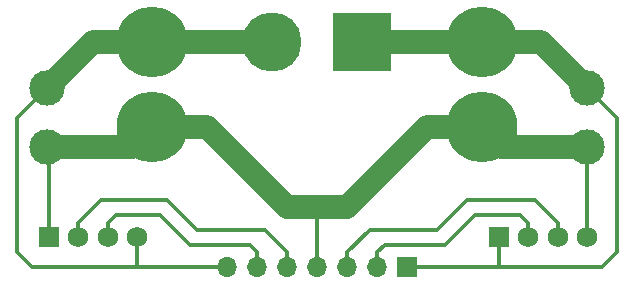
<source format=gbr>
G04 #@! TF.GenerationSoftware,KiCad,Pcbnew,(5.1.2)-1*
G04 #@! TF.CreationDate,2019-05-06T18:48:31+02:00*
G04 #@! TF.ProjectId,Balance_Adapter_Board_For_2_3s_Lipos,42616c61-6e63-4655-9f41-646170746572,rev?*
G04 #@! TF.SameCoordinates,Original*
G04 #@! TF.FileFunction,Copper,L2,Bot*
G04 #@! TF.FilePolarity,Positive*
%FSLAX46Y46*%
G04 Gerber Fmt 4.6, Leading zero omitted, Abs format (unit mm)*
G04 Created by KiCad (PCBNEW (5.1.2)-1) date 2019-05-06 18:48:31*
%MOMM*%
%LPD*%
G04 APERTURE LIST*
%ADD10O,1.700000X1.700000*%
%ADD11R,1.700000X1.700000*%
%ADD12C,1.750000*%
%ADD13R,1.750000X1.750000*%
%ADD14R,5.000000X5.000000*%
%ADD15C,5.000000*%
%ADD16C,3.000000*%
%ADD17C,6.000000*%
%ADD18C,0.350000*%
%ADD19C,2.000000*%
G04 APERTURE END LIST*
D10*
X114300000Y-81280000D03*
X116840000Y-81280000D03*
X119380000Y-81280000D03*
X121920000Y-81280000D03*
X124460000Y-81280000D03*
X127000000Y-81280000D03*
D11*
X129540000Y-81280000D03*
D12*
X106680000Y-78740000D03*
X104180000Y-78740000D03*
X101680000Y-78740000D03*
D13*
X99180000Y-78740000D03*
X137280000Y-78740000D03*
D12*
X139780000Y-78740000D03*
X142280000Y-78740000D03*
X144780000Y-78740000D03*
D14*
X125730000Y-62230000D03*
D15*
X118110000Y-62230000D03*
D16*
X99060000Y-71120000D03*
X99060000Y-66120000D03*
X144780000Y-71120000D03*
X144780000Y-66120000D03*
D17*
X107950000Y-69430000D03*
X107950000Y-62230000D03*
X135890000Y-69430000D03*
X135890000Y-62230000D03*
D18*
X127000000Y-81280000D02*
X127000000Y-80010000D01*
X127000000Y-80010000D02*
X127635000Y-79375000D01*
X127635000Y-79375000D02*
X132715000Y-79375000D01*
X132715000Y-79375000D02*
X135255000Y-76835000D01*
X135255000Y-76835000D02*
X139112436Y-76835000D01*
X139780000Y-77502564D02*
X139780000Y-78740000D01*
X139112436Y-76835000D02*
X139780000Y-77502564D01*
X142280000Y-78740000D02*
X142280000Y-77502564D01*
X142280000Y-77502564D02*
X140342436Y-75565000D01*
X140342436Y-75565000D02*
X134620000Y-75565000D01*
X134620000Y-75565000D02*
X132080000Y-78105000D01*
X132080000Y-78105000D02*
X126365000Y-78105000D01*
X124460000Y-80010000D02*
X124460000Y-81280000D01*
X126365000Y-78105000D02*
X124460000Y-80010000D01*
X99180000Y-71240000D02*
X99060000Y-71120000D01*
X99180000Y-78740000D02*
X99180000Y-71240000D01*
X144780000Y-78740000D02*
X144780000Y-71120000D01*
D19*
X124460000Y-76200000D02*
X131230000Y-69430000D01*
X112610000Y-69430000D02*
X119380000Y-76200000D01*
D18*
X121920000Y-81280000D02*
X121920000Y-76200000D01*
D19*
X119380000Y-76200000D02*
X121920000Y-76200000D01*
X121920000Y-76200000D02*
X124460000Y-76200000D01*
X107950000Y-69430000D02*
X112610000Y-69430000D01*
X131230000Y-69430000D02*
X135890000Y-69430000D01*
X106260000Y-71120000D02*
X107950000Y-69430000D01*
X99060000Y-71120000D02*
X106260000Y-71120000D01*
X137580000Y-71120000D02*
X135890000Y-69430000D01*
X144780000Y-71120000D02*
X137580000Y-71120000D01*
D18*
X119380000Y-80010000D02*
X119380000Y-81280000D01*
X101680000Y-78740000D02*
X101680000Y-77502564D01*
X101680000Y-77502564D02*
X103617564Y-75565000D01*
X103617564Y-75565000D02*
X109220000Y-75565000D01*
X109220000Y-75565000D02*
X111760000Y-78105000D01*
X111760000Y-78105000D02*
X117475000Y-78105000D01*
X117475000Y-78105000D02*
X119380000Y-80010000D01*
X116840000Y-80010000D02*
X116840000Y-81280000D01*
X104180000Y-78740000D02*
X104180000Y-77502564D01*
X104180000Y-77502564D02*
X104847564Y-76835000D01*
X104847564Y-76835000D02*
X108585000Y-76835000D01*
X108585000Y-76835000D02*
X111125000Y-79375000D01*
X111125000Y-79375000D02*
X116205000Y-79375000D01*
X116205000Y-79375000D02*
X116840000Y-80010000D01*
X96520000Y-68660000D02*
X99060000Y-66120000D01*
X96520000Y-80010000D02*
X96520000Y-68660000D01*
X97790000Y-81280000D02*
X96520000Y-80010000D01*
X106680000Y-78740000D02*
X106680000Y-81280000D01*
X114300000Y-81280000D02*
X106680000Y-81280000D01*
X106680000Y-81280000D02*
X97790000Y-81280000D01*
D19*
X118110000Y-62230000D02*
X107950000Y-62230000D01*
X102950000Y-62230000D02*
X99060000Y-66120000D01*
X107950000Y-62230000D02*
X102950000Y-62230000D01*
D18*
X147320000Y-68660000D02*
X144780000Y-66120000D01*
X147320000Y-80010000D02*
X147320000Y-68660000D01*
X138430000Y-81280000D02*
X146050000Y-81280000D01*
X146050000Y-81280000D02*
X147320000Y-80010000D01*
X137280000Y-79965000D02*
X137280000Y-81280000D01*
X137280000Y-78740000D02*
X137280000Y-79965000D01*
X129540000Y-81280000D02*
X137280000Y-81280000D01*
X137280000Y-81280000D02*
X138430000Y-81280000D01*
D19*
X125730000Y-62230000D02*
X135890000Y-62230000D01*
X140890000Y-62230000D02*
X144780000Y-66120000D01*
X135890000Y-62230000D02*
X140890000Y-62230000D01*
M02*

</source>
